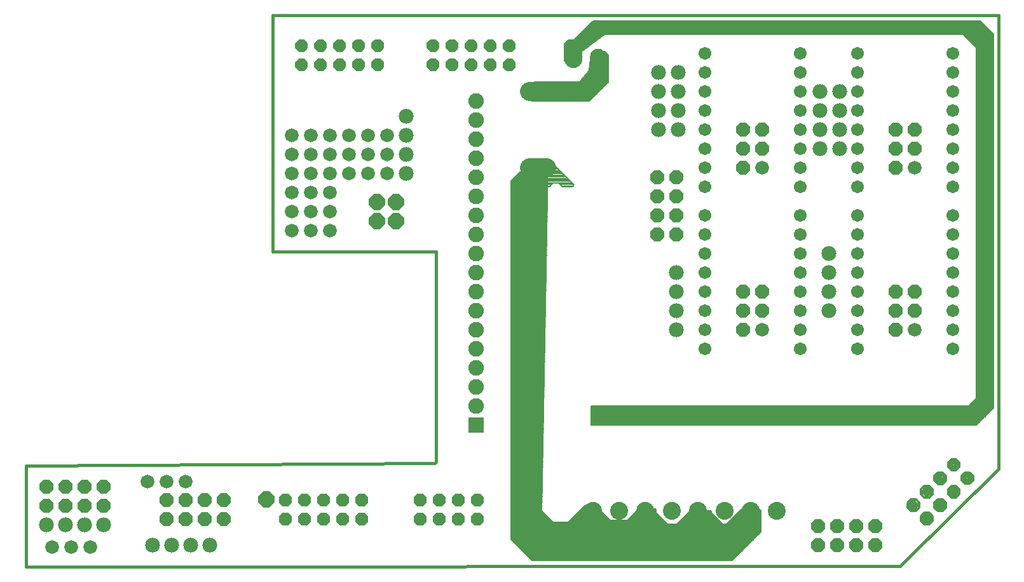
<source format=gbs>
G75*
%MOIN*%
%OFA0B0*%
%FSLAX25Y25*%
%IPPOS*%
%LPD*%
%AMOC8*
5,1,8,0,0,1.08239X$1,22.5*
%
%ADD10C,0.01600*%
%ADD11C,0.01200*%
%ADD12C,0.00600*%
%ADD13C,0.00800*%
%ADD14OC8,0.06743*%
%ADD15R,0.08200X0.08200*%
%ADD16C,0.08200*%
%ADD17C,0.06743*%
%ADD18C,0.07800*%
%ADD19C,0.07200*%
%ADD20OC8,0.07200*%
%ADD21C,0.09400*%
%ADD22OC8,0.07400*%
%ADD23C,0.01349*%
%ADD24C,0.09855*%
%ADD25OC8,0.08400*%
%ADD26C,0.01480*%
D10*
X0002800Y0040700D02*
X0461300Y0041000D01*
X0464300Y0044000D01*
X0512800Y0092000D01*
X0512800Y0330000D01*
X0218800Y0330000D01*
X0218700Y0330000D02*
X0132300Y0330000D01*
X0132300Y0206000D01*
X0217900Y0206000D01*
X0217900Y0095600D01*
X0217200Y0094800D02*
X0002800Y0093500D01*
X0002800Y0040700D01*
D11*
X0217300Y0095000D02*
X0218300Y0096000D01*
D12*
X0257300Y0096070D02*
X0273771Y0096070D01*
X0273760Y0095472D02*
X0257300Y0095472D01*
X0257300Y0094873D02*
X0273750Y0094873D01*
X0273739Y0094275D02*
X0257300Y0094275D01*
X0257300Y0093676D02*
X0273728Y0093676D01*
X0273717Y0093078D02*
X0257300Y0093078D01*
X0257300Y0092479D02*
X0273706Y0092479D01*
X0273695Y0091881D02*
X0257300Y0091881D01*
X0257300Y0091282D02*
X0273685Y0091282D01*
X0273674Y0090684D02*
X0257300Y0090684D01*
X0257300Y0090085D02*
X0273663Y0090085D01*
X0273652Y0089487D02*
X0257300Y0089487D01*
X0257300Y0088888D02*
X0273641Y0088888D01*
X0273631Y0088290D02*
X0257300Y0088290D01*
X0257300Y0087691D02*
X0273620Y0087691D01*
X0273609Y0087093D02*
X0257300Y0087093D01*
X0257300Y0086494D02*
X0273598Y0086494D01*
X0273587Y0085896D02*
X0257300Y0085896D01*
X0257300Y0085297D02*
X0273576Y0085297D01*
X0273566Y0084699D02*
X0257300Y0084699D01*
X0257300Y0084100D02*
X0273555Y0084100D01*
X0273544Y0083502D02*
X0257300Y0083502D01*
X0257300Y0082903D02*
X0273533Y0082903D01*
X0273522Y0082305D02*
X0257300Y0082305D01*
X0257300Y0081706D02*
X0273512Y0081706D01*
X0273501Y0081108D02*
X0257300Y0081108D01*
X0257300Y0080509D02*
X0273490Y0080509D01*
X0273479Y0079911D02*
X0257300Y0079911D01*
X0257300Y0079312D02*
X0273468Y0079312D01*
X0273457Y0078714D02*
X0257300Y0078714D01*
X0257300Y0078115D02*
X0273447Y0078115D01*
X0273436Y0077517D02*
X0257300Y0077517D01*
X0257300Y0076918D02*
X0273425Y0076918D01*
X0273414Y0076320D02*
X0257300Y0076320D01*
X0257300Y0075721D02*
X0273403Y0075721D01*
X0273393Y0075123D02*
X0257300Y0075123D01*
X0257300Y0074524D02*
X0273382Y0074524D01*
X0273371Y0073926D02*
X0257300Y0073926D01*
X0257300Y0073327D02*
X0273360Y0073327D01*
X0273349Y0072729D02*
X0257300Y0072729D01*
X0257300Y0072130D02*
X0273338Y0072130D01*
X0273328Y0071532D02*
X0257300Y0071532D01*
X0257300Y0070933D02*
X0273317Y0070933D01*
X0273306Y0070334D02*
X0257300Y0070334D01*
X0257300Y0069736D02*
X0273564Y0069736D01*
X0273300Y0070000D02*
X0276300Y0236000D01*
X0276300Y0245000D01*
X0265300Y0245000D01*
X0262300Y0248000D01*
X0257300Y0243000D01*
X0257300Y0055000D01*
X0268300Y0044000D01*
X0373300Y0044000D01*
X0388300Y0059000D01*
X0388300Y0070000D01*
X0387300Y0071000D01*
X0378300Y0071000D01*
X0370300Y0063000D01*
X0368300Y0063000D01*
X0362300Y0069000D01*
X0362300Y0070000D01*
X0351300Y0070000D01*
X0344300Y0063000D01*
X0339300Y0063000D01*
X0333300Y0069000D01*
X0333300Y0071000D01*
X0324300Y0071000D01*
X0318300Y0065000D01*
X0309300Y0065000D01*
X0301300Y0073000D01*
X0296300Y0073000D01*
X0287300Y0064000D01*
X0279300Y0064000D01*
X0273300Y0070000D01*
X0274163Y0069137D02*
X0257300Y0069137D01*
X0257300Y0068539D02*
X0274761Y0068539D01*
X0275360Y0067940D02*
X0257300Y0067940D01*
X0257300Y0067342D02*
X0275958Y0067342D01*
X0276557Y0066743D02*
X0257300Y0066743D01*
X0257300Y0066145D02*
X0277155Y0066145D01*
X0277754Y0065546D02*
X0257300Y0065546D01*
X0257300Y0064948D02*
X0278352Y0064948D01*
X0278951Y0064349D02*
X0257300Y0064349D01*
X0257300Y0063751D02*
X0338549Y0063751D01*
X0337951Y0064349D02*
X0287649Y0064349D01*
X0288248Y0064948D02*
X0337352Y0064948D01*
X0336754Y0065546D02*
X0318846Y0065546D01*
X0319445Y0066145D02*
X0336155Y0066145D01*
X0335557Y0066743D02*
X0320043Y0066743D01*
X0320642Y0067342D02*
X0334958Y0067342D01*
X0334360Y0067940D02*
X0321240Y0067940D01*
X0321839Y0068539D02*
X0333761Y0068539D01*
X0333300Y0069137D02*
X0322437Y0069137D01*
X0323036Y0069736D02*
X0333300Y0069736D01*
X0333300Y0070334D02*
X0323634Y0070334D01*
X0324233Y0070933D02*
X0333300Y0070933D01*
X0339148Y0063152D02*
X0257300Y0063152D01*
X0257300Y0062554D02*
X0388300Y0062554D01*
X0388300Y0063152D02*
X0370452Y0063152D01*
X0371051Y0063751D02*
X0388300Y0063751D01*
X0388300Y0064349D02*
X0371649Y0064349D01*
X0372248Y0064948D02*
X0388300Y0064948D01*
X0388300Y0065546D02*
X0372846Y0065546D01*
X0373445Y0066145D02*
X0388300Y0066145D01*
X0388300Y0066743D02*
X0374043Y0066743D01*
X0374642Y0067342D02*
X0388300Y0067342D01*
X0388300Y0067940D02*
X0375240Y0067940D01*
X0375839Y0068539D02*
X0388300Y0068539D01*
X0388300Y0069137D02*
X0376437Y0069137D01*
X0377036Y0069736D02*
X0388300Y0069736D01*
X0387966Y0070334D02*
X0377634Y0070334D01*
X0378233Y0070933D02*
X0387367Y0070933D01*
X0388300Y0061955D02*
X0257300Y0061955D01*
X0257300Y0061357D02*
X0388300Y0061357D01*
X0388300Y0060758D02*
X0257300Y0060758D01*
X0257300Y0060160D02*
X0388300Y0060160D01*
X0388300Y0059561D02*
X0257300Y0059561D01*
X0257300Y0058963D02*
X0388263Y0058963D01*
X0387664Y0058364D02*
X0257300Y0058364D01*
X0257300Y0057766D02*
X0387066Y0057766D01*
X0386467Y0057167D02*
X0257300Y0057167D01*
X0257300Y0056569D02*
X0385869Y0056569D01*
X0385270Y0055970D02*
X0257300Y0055970D01*
X0257300Y0055372D02*
X0384672Y0055372D01*
X0384073Y0054773D02*
X0257527Y0054773D01*
X0258125Y0054175D02*
X0383475Y0054175D01*
X0382876Y0053576D02*
X0258724Y0053576D01*
X0259322Y0052978D02*
X0382278Y0052978D01*
X0381679Y0052379D02*
X0259921Y0052379D01*
X0260519Y0051781D02*
X0381081Y0051781D01*
X0380482Y0051182D02*
X0261118Y0051182D01*
X0261716Y0050584D02*
X0379884Y0050584D01*
X0379285Y0049985D02*
X0262315Y0049985D01*
X0262913Y0049387D02*
X0378687Y0049387D01*
X0378088Y0048788D02*
X0263512Y0048788D01*
X0264110Y0048190D02*
X0377490Y0048190D01*
X0376891Y0047591D02*
X0264709Y0047591D01*
X0265307Y0046993D02*
X0376293Y0046993D01*
X0375694Y0046394D02*
X0265906Y0046394D01*
X0266504Y0045796D02*
X0375096Y0045796D01*
X0374497Y0045197D02*
X0267103Y0045197D01*
X0267701Y0044599D02*
X0373899Y0044599D01*
X0373300Y0044000D02*
X0268300Y0044000D01*
X0288846Y0065546D02*
X0308754Y0065546D01*
X0308155Y0066145D02*
X0289445Y0066145D01*
X0290043Y0066743D02*
X0307557Y0066743D01*
X0306958Y0067342D02*
X0290642Y0067342D01*
X0291240Y0067940D02*
X0306360Y0067940D01*
X0305761Y0068539D02*
X0291839Y0068539D01*
X0292437Y0069137D02*
X0305163Y0069137D01*
X0304564Y0069736D02*
X0293036Y0069736D01*
X0293634Y0070334D02*
X0303966Y0070334D01*
X0303367Y0070933D02*
X0294233Y0070933D01*
X0294832Y0071532D02*
X0302768Y0071532D01*
X0302170Y0072130D02*
X0295430Y0072130D01*
X0296029Y0072729D02*
X0301571Y0072729D01*
X0273782Y0096669D02*
X0257300Y0096669D01*
X0257300Y0097268D02*
X0273793Y0097268D01*
X0273804Y0097866D02*
X0257300Y0097866D01*
X0257300Y0098465D02*
X0273814Y0098465D01*
X0273825Y0099063D02*
X0257300Y0099063D01*
X0257300Y0099662D02*
X0273836Y0099662D01*
X0273847Y0100260D02*
X0257300Y0100260D01*
X0257300Y0100859D02*
X0273858Y0100859D01*
X0273868Y0101457D02*
X0257300Y0101457D01*
X0257300Y0102056D02*
X0273879Y0102056D01*
X0273890Y0102654D02*
X0257300Y0102654D01*
X0257300Y0103253D02*
X0273901Y0103253D01*
X0273912Y0103851D02*
X0257300Y0103851D01*
X0257300Y0104450D02*
X0273923Y0104450D01*
X0273933Y0105048D02*
X0257300Y0105048D01*
X0257300Y0105647D02*
X0273944Y0105647D01*
X0273955Y0106245D02*
X0257300Y0106245D01*
X0257300Y0106844D02*
X0273966Y0106844D01*
X0273977Y0107442D02*
X0257300Y0107442D01*
X0257300Y0108041D02*
X0273987Y0108041D01*
X0273998Y0108639D02*
X0257300Y0108639D01*
X0257300Y0109238D02*
X0274009Y0109238D01*
X0274020Y0109836D02*
X0257300Y0109836D01*
X0257300Y0110435D02*
X0274031Y0110435D01*
X0274042Y0111033D02*
X0257300Y0111033D01*
X0257300Y0111632D02*
X0274052Y0111632D01*
X0274063Y0112230D02*
X0257300Y0112230D01*
X0257300Y0112829D02*
X0274074Y0112829D01*
X0274085Y0113427D02*
X0257300Y0113427D01*
X0257300Y0114026D02*
X0274096Y0114026D01*
X0274106Y0114624D02*
X0257300Y0114624D01*
X0257300Y0115223D02*
X0274117Y0115223D01*
X0274128Y0115821D02*
X0257300Y0115821D01*
X0257300Y0116420D02*
X0274139Y0116420D01*
X0274150Y0117018D02*
X0257300Y0117018D01*
X0257300Y0117617D02*
X0274161Y0117617D01*
X0274171Y0118215D02*
X0257300Y0118215D01*
X0257300Y0118814D02*
X0274182Y0118814D01*
X0274193Y0119412D02*
X0257300Y0119412D01*
X0257300Y0120011D02*
X0274204Y0120011D01*
X0274215Y0120609D02*
X0257300Y0120609D01*
X0257300Y0121208D02*
X0274225Y0121208D01*
X0274236Y0121806D02*
X0257300Y0121806D01*
X0257300Y0122405D02*
X0274247Y0122405D01*
X0274258Y0123003D02*
X0257300Y0123003D01*
X0257300Y0123602D02*
X0274269Y0123602D01*
X0274280Y0124201D02*
X0257300Y0124201D01*
X0257300Y0124799D02*
X0274290Y0124799D01*
X0274301Y0125398D02*
X0257300Y0125398D01*
X0257300Y0125996D02*
X0274312Y0125996D01*
X0274323Y0126595D02*
X0257300Y0126595D01*
X0257300Y0127193D02*
X0274334Y0127193D01*
X0274344Y0127792D02*
X0257300Y0127792D01*
X0257300Y0128390D02*
X0274355Y0128390D01*
X0274366Y0128989D02*
X0257300Y0128989D01*
X0257300Y0129587D02*
X0274377Y0129587D01*
X0274388Y0130186D02*
X0257300Y0130186D01*
X0257300Y0130784D02*
X0274398Y0130784D01*
X0274409Y0131383D02*
X0257300Y0131383D01*
X0257300Y0131981D02*
X0274420Y0131981D01*
X0274431Y0132580D02*
X0257300Y0132580D01*
X0257300Y0133178D02*
X0274442Y0133178D01*
X0274453Y0133777D02*
X0257300Y0133777D01*
X0257300Y0134375D02*
X0274463Y0134375D01*
X0274474Y0134974D02*
X0257300Y0134974D01*
X0257300Y0135572D02*
X0274485Y0135572D01*
X0274496Y0136171D02*
X0257300Y0136171D01*
X0257300Y0136769D02*
X0274507Y0136769D01*
X0274517Y0137368D02*
X0257300Y0137368D01*
X0257300Y0137966D02*
X0274528Y0137966D01*
X0274539Y0138565D02*
X0257300Y0138565D01*
X0257300Y0139163D02*
X0274550Y0139163D01*
X0274561Y0139762D02*
X0257300Y0139762D01*
X0257300Y0140360D02*
X0274572Y0140360D01*
X0274582Y0140959D02*
X0257300Y0140959D01*
X0257300Y0141557D02*
X0274593Y0141557D01*
X0274604Y0142156D02*
X0257300Y0142156D01*
X0257300Y0142754D02*
X0274615Y0142754D01*
X0274626Y0143353D02*
X0257300Y0143353D01*
X0257300Y0143951D02*
X0274636Y0143951D01*
X0274647Y0144550D02*
X0257300Y0144550D01*
X0257300Y0145148D02*
X0274658Y0145148D01*
X0274669Y0145747D02*
X0257300Y0145747D01*
X0257300Y0146345D02*
X0274680Y0146345D01*
X0274691Y0146944D02*
X0257300Y0146944D01*
X0257300Y0147542D02*
X0274701Y0147542D01*
X0274712Y0148141D02*
X0257300Y0148141D01*
X0257300Y0148739D02*
X0274723Y0148739D01*
X0274734Y0149338D02*
X0257300Y0149338D01*
X0257300Y0149937D02*
X0274745Y0149937D01*
X0274755Y0150535D02*
X0257300Y0150535D01*
X0257300Y0151134D02*
X0274766Y0151134D01*
X0274777Y0151732D02*
X0257300Y0151732D01*
X0257300Y0152331D02*
X0274788Y0152331D01*
X0274799Y0152929D02*
X0257300Y0152929D01*
X0257300Y0153528D02*
X0274810Y0153528D01*
X0274820Y0154126D02*
X0257300Y0154126D01*
X0257300Y0154725D02*
X0274831Y0154725D01*
X0274842Y0155323D02*
X0257300Y0155323D01*
X0257300Y0155922D02*
X0274853Y0155922D01*
X0274864Y0156520D02*
X0257300Y0156520D01*
X0257300Y0157119D02*
X0274874Y0157119D01*
X0274885Y0157717D02*
X0257300Y0157717D01*
X0257300Y0158316D02*
X0274896Y0158316D01*
X0274907Y0158914D02*
X0257300Y0158914D01*
X0257300Y0159513D02*
X0274918Y0159513D01*
X0274929Y0160111D02*
X0257300Y0160111D01*
X0257300Y0160710D02*
X0274939Y0160710D01*
X0274950Y0161308D02*
X0257300Y0161308D01*
X0257300Y0161907D02*
X0274961Y0161907D01*
X0274972Y0162505D02*
X0257300Y0162505D01*
X0257300Y0163104D02*
X0274983Y0163104D01*
X0274993Y0163702D02*
X0257300Y0163702D01*
X0257300Y0164301D02*
X0275004Y0164301D01*
X0275015Y0164899D02*
X0257300Y0164899D01*
X0257300Y0165498D02*
X0275026Y0165498D01*
X0275037Y0166096D02*
X0257300Y0166096D01*
X0257300Y0166695D02*
X0275047Y0166695D01*
X0275058Y0167293D02*
X0257300Y0167293D01*
X0257300Y0167892D02*
X0275069Y0167892D01*
X0275080Y0168490D02*
X0257300Y0168490D01*
X0257300Y0169089D02*
X0275091Y0169089D01*
X0275102Y0169687D02*
X0257300Y0169687D01*
X0257300Y0170286D02*
X0275112Y0170286D01*
X0275123Y0170884D02*
X0257300Y0170884D01*
X0257300Y0171483D02*
X0275134Y0171483D01*
X0275145Y0172081D02*
X0257300Y0172081D01*
X0257300Y0172680D02*
X0275156Y0172680D01*
X0275166Y0173278D02*
X0257300Y0173278D01*
X0257300Y0173877D02*
X0275177Y0173877D01*
X0275188Y0174475D02*
X0257300Y0174475D01*
X0257300Y0175074D02*
X0275199Y0175074D01*
X0275210Y0175672D02*
X0257300Y0175672D01*
X0257300Y0176271D02*
X0275221Y0176271D01*
X0275231Y0176870D02*
X0257300Y0176870D01*
X0257300Y0177468D02*
X0275242Y0177468D01*
X0275253Y0178067D02*
X0257300Y0178067D01*
X0257300Y0178665D02*
X0275264Y0178665D01*
X0275275Y0179264D02*
X0257300Y0179264D01*
X0257300Y0179862D02*
X0275285Y0179862D01*
X0275296Y0180461D02*
X0257300Y0180461D01*
X0257300Y0181059D02*
X0275307Y0181059D01*
X0275318Y0181658D02*
X0257300Y0181658D01*
X0257300Y0182256D02*
X0275329Y0182256D01*
X0275340Y0182855D02*
X0257300Y0182855D01*
X0257300Y0183453D02*
X0275350Y0183453D01*
X0275361Y0184052D02*
X0257300Y0184052D01*
X0257300Y0184650D02*
X0275372Y0184650D01*
X0275383Y0185249D02*
X0257300Y0185249D01*
X0257300Y0185847D02*
X0275394Y0185847D01*
X0275404Y0186446D02*
X0257300Y0186446D01*
X0257300Y0187044D02*
X0275415Y0187044D01*
X0275426Y0187643D02*
X0257300Y0187643D01*
X0257300Y0188241D02*
X0275437Y0188241D01*
X0275448Y0188840D02*
X0257300Y0188840D01*
X0257300Y0189438D02*
X0275459Y0189438D01*
X0275469Y0190037D02*
X0257300Y0190037D01*
X0257300Y0190635D02*
X0275480Y0190635D01*
X0275491Y0191234D02*
X0257300Y0191234D01*
X0257300Y0191832D02*
X0275502Y0191832D01*
X0275513Y0192431D02*
X0257300Y0192431D01*
X0257300Y0193029D02*
X0275523Y0193029D01*
X0275534Y0193628D02*
X0257300Y0193628D01*
X0257300Y0194226D02*
X0275545Y0194226D01*
X0275556Y0194825D02*
X0257300Y0194825D01*
X0257300Y0195423D02*
X0275567Y0195423D01*
X0275577Y0196022D02*
X0257300Y0196022D01*
X0257300Y0196620D02*
X0275588Y0196620D01*
X0275599Y0197219D02*
X0257300Y0197219D01*
X0257300Y0197817D02*
X0275610Y0197817D01*
X0275621Y0198416D02*
X0257300Y0198416D01*
X0257300Y0199014D02*
X0275632Y0199014D01*
X0275642Y0199613D02*
X0257300Y0199613D01*
X0257300Y0200211D02*
X0275653Y0200211D01*
X0275664Y0200810D02*
X0257300Y0200810D01*
X0257300Y0201408D02*
X0275675Y0201408D01*
X0275686Y0202007D02*
X0257300Y0202007D01*
X0257300Y0202605D02*
X0275696Y0202605D01*
X0275707Y0203204D02*
X0257300Y0203204D01*
X0257300Y0203803D02*
X0275718Y0203803D01*
X0275729Y0204401D02*
X0257300Y0204401D01*
X0257300Y0205000D02*
X0275740Y0205000D01*
X0275751Y0205598D02*
X0257300Y0205598D01*
X0257300Y0206197D02*
X0275761Y0206197D01*
X0275772Y0206795D02*
X0257300Y0206795D01*
X0257300Y0207394D02*
X0275783Y0207394D01*
X0275794Y0207992D02*
X0257300Y0207992D01*
X0257300Y0208591D02*
X0275805Y0208591D01*
X0275815Y0209189D02*
X0257300Y0209189D01*
X0257300Y0209788D02*
X0275826Y0209788D01*
X0275837Y0210386D02*
X0257300Y0210386D01*
X0257300Y0210985D02*
X0275848Y0210985D01*
X0275859Y0211583D02*
X0257300Y0211583D01*
X0257300Y0212182D02*
X0275870Y0212182D01*
X0275880Y0212780D02*
X0257300Y0212780D01*
X0257300Y0213379D02*
X0275891Y0213379D01*
X0275902Y0213977D02*
X0257300Y0213977D01*
X0257300Y0214576D02*
X0275913Y0214576D01*
X0275924Y0215174D02*
X0257300Y0215174D01*
X0257300Y0215773D02*
X0275934Y0215773D01*
X0275945Y0216371D02*
X0257300Y0216371D01*
X0257300Y0216970D02*
X0275956Y0216970D01*
X0275967Y0217568D02*
X0257300Y0217568D01*
X0257300Y0218167D02*
X0275978Y0218167D01*
X0275989Y0218765D02*
X0257300Y0218765D01*
X0257300Y0219364D02*
X0275999Y0219364D01*
X0276010Y0219962D02*
X0257300Y0219962D01*
X0257300Y0220561D02*
X0276021Y0220561D01*
X0276032Y0221159D02*
X0257300Y0221159D01*
X0257300Y0221758D02*
X0276043Y0221758D01*
X0276053Y0222356D02*
X0257300Y0222356D01*
X0257300Y0222955D02*
X0276064Y0222955D01*
X0276075Y0223553D02*
X0257300Y0223553D01*
X0257300Y0224152D02*
X0276086Y0224152D01*
X0276097Y0224750D02*
X0257300Y0224750D01*
X0257300Y0225349D02*
X0276108Y0225349D01*
X0276118Y0225947D02*
X0257300Y0225947D01*
X0257300Y0226546D02*
X0276129Y0226546D01*
X0276140Y0227144D02*
X0257300Y0227144D01*
X0257300Y0227743D02*
X0276151Y0227743D01*
X0276162Y0228341D02*
X0257300Y0228341D01*
X0257300Y0228940D02*
X0276172Y0228940D01*
X0276183Y0229539D02*
X0257300Y0229539D01*
X0257300Y0230137D02*
X0276194Y0230137D01*
X0276205Y0230736D02*
X0257300Y0230736D01*
X0257300Y0231334D02*
X0276216Y0231334D01*
X0276226Y0231933D02*
X0257300Y0231933D01*
X0257300Y0232531D02*
X0276237Y0232531D01*
X0276248Y0233130D02*
X0257300Y0233130D01*
X0257300Y0233728D02*
X0276259Y0233728D01*
X0276270Y0234327D02*
X0257300Y0234327D01*
X0257300Y0234925D02*
X0276281Y0234925D01*
X0276291Y0235524D02*
X0257300Y0235524D01*
X0257300Y0236122D02*
X0276300Y0236122D01*
X0276300Y0236721D02*
X0257300Y0236721D01*
X0257300Y0237319D02*
X0276300Y0237319D01*
X0276300Y0237918D02*
X0257300Y0237918D01*
X0257300Y0238516D02*
X0276300Y0238516D01*
X0276300Y0239115D02*
X0257300Y0239115D01*
X0257300Y0239713D02*
X0276300Y0239713D01*
X0276300Y0240312D02*
X0257300Y0240312D01*
X0257300Y0240910D02*
X0276300Y0240910D01*
X0276300Y0241509D02*
X0257300Y0241509D01*
X0257300Y0242107D02*
X0276300Y0242107D01*
X0276300Y0242706D02*
X0257300Y0242706D01*
X0257604Y0243304D02*
X0276300Y0243304D01*
X0276300Y0243903D02*
X0258203Y0243903D01*
X0258801Y0244501D02*
X0276300Y0244501D01*
X0265200Y0245100D02*
X0259400Y0245100D01*
X0259998Y0245698D02*
X0264602Y0245698D01*
X0264003Y0246297D02*
X0260597Y0246297D01*
X0261195Y0246895D02*
X0263405Y0246895D01*
X0262806Y0247494D02*
X0261794Y0247494D01*
X0268300Y0285000D02*
X0265300Y0288000D01*
X0265300Y0291000D01*
X0269300Y0295000D01*
X0293300Y0295000D01*
X0298300Y0301000D01*
X0299300Y0310000D01*
X0301300Y0312000D01*
X0304300Y0312000D01*
X0305300Y0311000D01*
X0306300Y0311000D01*
X0308300Y0309000D01*
X0308300Y0295000D01*
X0298300Y0285000D01*
X0268300Y0285000D01*
X0268100Y0285200D02*
X0298500Y0285200D01*
X0299099Y0285799D02*
X0267501Y0285799D01*
X0266903Y0286397D02*
X0299697Y0286397D01*
X0300296Y0286996D02*
X0266304Y0286996D01*
X0265706Y0287594D02*
X0300894Y0287594D01*
X0301493Y0288193D02*
X0265300Y0288193D01*
X0265300Y0288791D02*
X0302091Y0288791D01*
X0302690Y0289390D02*
X0265300Y0289390D01*
X0265300Y0289988D02*
X0303288Y0289988D01*
X0303887Y0290587D02*
X0265300Y0290587D01*
X0265485Y0291185D02*
X0304485Y0291185D01*
X0305084Y0291784D02*
X0266084Y0291784D01*
X0266682Y0292382D02*
X0305682Y0292382D01*
X0306281Y0292981D02*
X0267281Y0292981D01*
X0267879Y0293579D02*
X0306879Y0293579D01*
X0307478Y0294178D02*
X0268478Y0294178D01*
X0269076Y0294776D02*
X0308076Y0294776D01*
X0308300Y0295375D02*
X0293612Y0295375D01*
X0294111Y0295973D02*
X0308300Y0295973D01*
X0308300Y0296572D02*
X0294610Y0296572D01*
X0295109Y0297170D02*
X0308300Y0297170D01*
X0308300Y0297769D02*
X0295607Y0297769D01*
X0296106Y0298367D02*
X0308300Y0298367D01*
X0308300Y0298966D02*
X0296605Y0298966D01*
X0297104Y0299564D02*
X0308300Y0299564D01*
X0308300Y0300163D02*
X0297602Y0300163D01*
X0298101Y0300761D02*
X0308300Y0300761D01*
X0308300Y0301360D02*
X0298340Y0301360D01*
X0298406Y0301958D02*
X0308300Y0301958D01*
X0308300Y0302557D02*
X0298473Y0302557D01*
X0298539Y0303155D02*
X0308300Y0303155D01*
X0308300Y0303754D02*
X0298606Y0303754D01*
X0298673Y0304352D02*
X0308300Y0304352D01*
X0308300Y0304951D02*
X0298739Y0304951D01*
X0298805Y0305549D02*
X0308300Y0305549D01*
X0308300Y0306148D02*
X0298872Y0306148D01*
X0298938Y0306746D02*
X0308300Y0306746D01*
X0308300Y0307345D02*
X0299005Y0307345D01*
X0299072Y0307943D02*
X0308300Y0307943D01*
X0308300Y0308542D02*
X0299138Y0308542D01*
X0299205Y0309141D02*
X0308159Y0309141D01*
X0307561Y0309739D02*
X0299271Y0309739D01*
X0299638Y0310338D02*
X0306962Y0310338D01*
X0306364Y0310936D02*
X0300236Y0310936D01*
X0300835Y0311535D02*
X0304765Y0311535D01*
X0300599Y0315724D02*
X0286024Y0315724D01*
X0285426Y0315126D02*
X0299801Y0315126D01*
X0299003Y0314527D02*
X0285300Y0314527D01*
X0285300Y0315000D02*
X0287300Y0317000D01*
X0290300Y0317000D01*
X0300300Y0327000D01*
X0503300Y0327000D01*
X0510300Y0320000D01*
X0510300Y0124000D01*
X0501300Y0115000D01*
X0299300Y0115000D01*
X0299300Y0125000D01*
X0497300Y0125000D01*
X0501300Y0129000D01*
X0501300Y0313000D01*
X0494300Y0320000D01*
X0306300Y0320000D01*
X0294300Y0311000D01*
X0294300Y0306000D01*
X0285300Y0306000D01*
X0285300Y0315000D01*
X0285300Y0313929D02*
X0298205Y0313929D01*
X0297407Y0313330D02*
X0285300Y0313330D01*
X0285300Y0312732D02*
X0296609Y0312732D01*
X0295811Y0312133D02*
X0285300Y0312133D01*
X0285300Y0311535D02*
X0295013Y0311535D01*
X0294300Y0310936D02*
X0285300Y0310936D01*
X0285300Y0310338D02*
X0294300Y0310338D01*
X0294300Y0309739D02*
X0285300Y0309739D01*
X0285300Y0309141D02*
X0294300Y0309141D01*
X0294300Y0308542D02*
X0285300Y0308542D01*
X0285300Y0307943D02*
X0294300Y0307943D01*
X0294300Y0307345D02*
X0285300Y0307345D01*
X0285300Y0306746D02*
X0294300Y0306746D01*
X0294300Y0306148D02*
X0285300Y0306148D01*
X0286623Y0316323D02*
X0301397Y0316323D01*
X0302195Y0316921D02*
X0287221Y0316921D01*
X0290820Y0317520D02*
X0302993Y0317520D01*
X0303791Y0318118D02*
X0291418Y0318118D01*
X0292017Y0318717D02*
X0304589Y0318717D01*
X0305387Y0319315D02*
X0292615Y0319315D01*
X0293214Y0319914D02*
X0306185Y0319914D01*
X0299199Y0325899D02*
X0504401Y0325899D01*
X0503803Y0326497D02*
X0299797Y0326497D01*
X0298600Y0325300D02*
X0505000Y0325300D01*
X0505598Y0324702D02*
X0298002Y0324702D01*
X0297403Y0324103D02*
X0506197Y0324103D01*
X0506795Y0323505D02*
X0296805Y0323505D01*
X0296206Y0322906D02*
X0507394Y0322906D01*
X0507992Y0322308D02*
X0295608Y0322308D01*
X0295009Y0321709D02*
X0508591Y0321709D01*
X0509189Y0321111D02*
X0294411Y0321111D01*
X0293812Y0320512D02*
X0509788Y0320512D01*
X0510300Y0319914D02*
X0494386Y0319914D01*
X0494985Y0319315D02*
X0510300Y0319315D01*
X0510300Y0318717D02*
X0495583Y0318717D01*
X0496182Y0318118D02*
X0510300Y0318118D01*
X0510300Y0317520D02*
X0496780Y0317520D01*
X0497379Y0316921D02*
X0510300Y0316921D01*
X0510300Y0316323D02*
X0497977Y0316323D01*
X0498576Y0315724D02*
X0510300Y0315724D01*
X0510300Y0315126D02*
X0499174Y0315126D01*
X0499773Y0314527D02*
X0510300Y0314527D01*
X0510300Y0313929D02*
X0500371Y0313929D01*
X0500970Y0313330D02*
X0510300Y0313330D01*
X0510300Y0312732D02*
X0501300Y0312732D01*
X0501300Y0312133D02*
X0510300Y0312133D01*
X0510300Y0311535D02*
X0501300Y0311535D01*
X0501300Y0310936D02*
X0510300Y0310936D01*
X0510300Y0310338D02*
X0501300Y0310338D01*
X0501300Y0309739D02*
X0510300Y0309739D01*
X0510300Y0309141D02*
X0501300Y0309141D01*
X0501300Y0308542D02*
X0510300Y0308542D01*
X0510300Y0307943D02*
X0501300Y0307943D01*
X0501300Y0307345D02*
X0510300Y0307345D01*
X0510300Y0306746D02*
X0501300Y0306746D01*
X0501300Y0306148D02*
X0510300Y0306148D01*
X0510300Y0305549D02*
X0501300Y0305549D01*
X0501300Y0304951D02*
X0510300Y0304951D01*
X0510300Y0304352D02*
X0501300Y0304352D01*
X0501300Y0303754D02*
X0510300Y0303754D01*
X0510300Y0303155D02*
X0501300Y0303155D01*
X0501300Y0302557D02*
X0510300Y0302557D01*
X0510300Y0301958D02*
X0501300Y0301958D01*
X0501300Y0301360D02*
X0510300Y0301360D01*
X0510300Y0300761D02*
X0501300Y0300761D01*
X0501300Y0300163D02*
X0510300Y0300163D01*
X0510300Y0299564D02*
X0501300Y0299564D01*
X0501300Y0298966D02*
X0510300Y0298966D01*
X0510300Y0298367D02*
X0501300Y0298367D01*
X0501300Y0297769D02*
X0510300Y0297769D01*
X0510300Y0297170D02*
X0501300Y0297170D01*
X0501300Y0296572D02*
X0510300Y0296572D01*
X0510300Y0295973D02*
X0501300Y0295973D01*
X0501300Y0295375D02*
X0510300Y0295375D01*
X0510300Y0294776D02*
X0501300Y0294776D01*
X0501300Y0294178D02*
X0510300Y0294178D01*
X0510300Y0293579D02*
X0501300Y0293579D01*
X0501300Y0292981D02*
X0510300Y0292981D01*
X0510300Y0292382D02*
X0501300Y0292382D01*
X0501300Y0291784D02*
X0510300Y0291784D01*
X0510300Y0291185D02*
X0501300Y0291185D01*
X0501300Y0290587D02*
X0510300Y0290587D01*
X0510300Y0289988D02*
X0501300Y0289988D01*
X0501300Y0289390D02*
X0510300Y0289390D01*
X0510300Y0288791D02*
X0501300Y0288791D01*
X0501300Y0288193D02*
X0510300Y0288193D01*
X0510300Y0287594D02*
X0501300Y0287594D01*
X0501300Y0286996D02*
X0510300Y0286996D01*
X0510300Y0286397D02*
X0501300Y0286397D01*
X0501300Y0285799D02*
X0510300Y0285799D01*
X0510300Y0285200D02*
X0501300Y0285200D01*
X0501300Y0284602D02*
X0510300Y0284602D01*
X0510300Y0284003D02*
X0501300Y0284003D01*
X0501300Y0283405D02*
X0510300Y0283405D01*
X0510300Y0282806D02*
X0501300Y0282806D01*
X0501300Y0282208D02*
X0510300Y0282208D01*
X0510300Y0281609D02*
X0501300Y0281609D01*
X0501300Y0281010D02*
X0510300Y0281010D01*
X0510300Y0280412D02*
X0501300Y0280412D01*
X0501300Y0279813D02*
X0510300Y0279813D01*
X0510300Y0279215D02*
X0501300Y0279215D01*
X0501300Y0278616D02*
X0510300Y0278616D01*
X0510300Y0278018D02*
X0501300Y0278018D01*
X0501300Y0277419D02*
X0510300Y0277419D01*
X0510300Y0276821D02*
X0501300Y0276821D01*
X0501300Y0276222D02*
X0510300Y0276222D01*
X0510300Y0275624D02*
X0501300Y0275624D01*
X0501300Y0275025D02*
X0510300Y0275025D01*
X0510300Y0274427D02*
X0501300Y0274427D01*
X0501300Y0273828D02*
X0510300Y0273828D01*
X0510300Y0273230D02*
X0501300Y0273230D01*
X0501300Y0272631D02*
X0510300Y0272631D01*
X0510300Y0272033D02*
X0501300Y0272033D01*
X0501300Y0271434D02*
X0510300Y0271434D01*
X0510300Y0270836D02*
X0501300Y0270836D01*
X0501300Y0270237D02*
X0510300Y0270237D01*
X0510300Y0269639D02*
X0501300Y0269639D01*
X0501300Y0269040D02*
X0510300Y0269040D01*
X0510300Y0268442D02*
X0501300Y0268442D01*
X0501300Y0267843D02*
X0510300Y0267843D01*
X0510300Y0267245D02*
X0501300Y0267245D01*
X0501300Y0266646D02*
X0510300Y0266646D01*
X0510300Y0266048D02*
X0501300Y0266048D01*
X0501300Y0265449D02*
X0510300Y0265449D01*
X0510300Y0264851D02*
X0501300Y0264851D01*
X0501300Y0264252D02*
X0510300Y0264252D01*
X0510300Y0263654D02*
X0501300Y0263654D01*
X0501300Y0263055D02*
X0510300Y0263055D01*
X0510300Y0262457D02*
X0501300Y0262457D01*
X0501300Y0261858D02*
X0510300Y0261858D01*
X0510300Y0261260D02*
X0501300Y0261260D01*
X0501300Y0260661D02*
X0510300Y0260661D01*
X0510300Y0260063D02*
X0501300Y0260063D01*
X0501300Y0259464D02*
X0510300Y0259464D01*
X0510300Y0258866D02*
X0501300Y0258866D01*
X0501300Y0258267D02*
X0510300Y0258267D01*
X0510300Y0257669D02*
X0501300Y0257669D01*
X0501300Y0257070D02*
X0510300Y0257070D01*
X0510300Y0256472D02*
X0501300Y0256472D01*
X0501300Y0255873D02*
X0510300Y0255873D01*
X0510300Y0255274D02*
X0501300Y0255274D01*
X0501300Y0254676D02*
X0510300Y0254676D01*
X0510300Y0254077D02*
X0501300Y0254077D01*
X0501300Y0253479D02*
X0510300Y0253479D01*
X0510300Y0252880D02*
X0501300Y0252880D01*
X0501300Y0252282D02*
X0510300Y0252282D01*
X0510300Y0251683D02*
X0501300Y0251683D01*
X0501300Y0251085D02*
X0510300Y0251085D01*
X0510300Y0250486D02*
X0501300Y0250486D01*
X0501300Y0249888D02*
X0510300Y0249888D01*
X0510300Y0249289D02*
X0501300Y0249289D01*
X0501300Y0248691D02*
X0510300Y0248691D01*
X0510300Y0248092D02*
X0501300Y0248092D01*
X0501300Y0247494D02*
X0510300Y0247494D01*
X0510300Y0246895D02*
X0501300Y0246895D01*
X0501300Y0246297D02*
X0510300Y0246297D01*
X0510300Y0245698D02*
X0501300Y0245698D01*
X0501300Y0245100D02*
X0510300Y0245100D01*
X0510300Y0244501D02*
X0501300Y0244501D01*
X0501300Y0243903D02*
X0510300Y0243903D01*
X0510300Y0243304D02*
X0501300Y0243304D01*
X0501300Y0242706D02*
X0510300Y0242706D01*
X0510300Y0242107D02*
X0501300Y0242107D01*
X0501300Y0241509D02*
X0510300Y0241509D01*
X0510300Y0240910D02*
X0501300Y0240910D01*
X0501300Y0240312D02*
X0510300Y0240312D01*
X0510300Y0239713D02*
X0501300Y0239713D01*
X0501300Y0239115D02*
X0510300Y0239115D01*
X0510300Y0238516D02*
X0501300Y0238516D01*
X0501300Y0237918D02*
X0510300Y0237918D01*
X0510300Y0237319D02*
X0501300Y0237319D01*
X0501300Y0236721D02*
X0510300Y0236721D01*
X0510300Y0236122D02*
X0501300Y0236122D01*
X0501300Y0235524D02*
X0510300Y0235524D01*
X0510300Y0234925D02*
X0501300Y0234925D01*
X0501300Y0234327D02*
X0510300Y0234327D01*
X0510300Y0233728D02*
X0501300Y0233728D01*
X0501300Y0233130D02*
X0510300Y0233130D01*
X0510300Y0232531D02*
X0501300Y0232531D01*
X0501300Y0231933D02*
X0510300Y0231933D01*
X0510300Y0231334D02*
X0501300Y0231334D01*
X0501300Y0230736D02*
X0510300Y0230736D01*
X0510300Y0230137D02*
X0501300Y0230137D01*
X0501300Y0229539D02*
X0510300Y0229539D01*
X0510300Y0228940D02*
X0501300Y0228940D01*
X0501300Y0228341D02*
X0510300Y0228341D01*
X0510300Y0227743D02*
X0501300Y0227743D01*
X0501300Y0227144D02*
X0510300Y0227144D01*
X0510300Y0226546D02*
X0501300Y0226546D01*
X0501300Y0225947D02*
X0510300Y0225947D01*
X0510300Y0225349D02*
X0501300Y0225349D01*
X0501300Y0224750D02*
X0510300Y0224750D01*
X0510300Y0224152D02*
X0501300Y0224152D01*
X0501300Y0223553D02*
X0510300Y0223553D01*
X0510300Y0222955D02*
X0501300Y0222955D01*
X0501300Y0222356D02*
X0510300Y0222356D01*
X0510300Y0221758D02*
X0501300Y0221758D01*
X0501300Y0221159D02*
X0510300Y0221159D01*
X0510300Y0220561D02*
X0501300Y0220561D01*
X0501300Y0219962D02*
X0510300Y0219962D01*
X0510300Y0219364D02*
X0501300Y0219364D01*
X0501300Y0218765D02*
X0510300Y0218765D01*
X0510300Y0218167D02*
X0501300Y0218167D01*
X0501300Y0217568D02*
X0510300Y0217568D01*
X0510300Y0216970D02*
X0501300Y0216970D01*
X0501300Y0216371D02*
X0510300Y0216371D01*
X0510300Y0215773D02*
X0501300Y0215773D01*
X0501300Y0215174D02*
X0510300Y0215174D01*
X0510300Y0214576D02*
X0501300Y0214576D01*
X0501300Y0213977D02*
X0510300Y0213977D01*
X0510300Y0213379D02*
X0501300Y0213379D01*
X0501300Y0212780D02*
X0510300Y0212780D01*
X0510300Y0212182D02*
X0501300Y0212182D01*
X0501300Y0211583D02*
X0510300Y0211583D01*
X0510300Y0210985D02*
X0501300Y0210985D01*
X0501300Y0210386D02*
X0510300Y0210386D01*
X0510300Y0209788D02*
X0501300Y0209788D01*
X0501300Y0209189D02*
X0510300Y0209189D01*
X0510300Y0208591D02*
X0501300Y0208591D01*
X0501300Y0207992D02*
X0510300Y0207992D01*
X0510300Y0207394D02*
X0501300Y0207394D01*
X0501300Y0206795D02*
X0510300Y0206795D01*
X0510300Y0206197D02*
X0501300Y0206197D01*
X0501300Y0205598D02*
X0510300Y0205598D01*
X0510300Y0205000D02*
X0501300Y0205000D01*
X0501300Y0204401D02*
X0510300Y0204401D01*
X0510300Y0203803D02*
X0501300Y0203803D01*
X0501300Y0203204D02*
X0510300Y0203204D01*
X0510300Y0202605D02*
X0501300Y0202605D01*
X0501300Y0202007D02*
X0510300Y0202007D01*
X0510300Y0201408D02*
X0501300Y0201408D01*
X0501300Y0200810D02*
X0510300Y0200810D01*
X0510300Y0200211D02*
X0501300Y0200211D01*
X0501300Y0199613D02*
X0510300Y0199613D01*
X0510300Y0199014D02*
X0501300Y0199014D01*
X0501300Y0198416D02*
X0510300Y0198416D01*
X0510300Y0197817D02*
X0501300Y0197817D01*
X0501300Y0197219D02*
X0510300Y0197219D01*
X0510300Y0196620D02*
X0501300Y0196620D01*
X0501300Y0196022D02*
X0510300Y0196022D01*
X0510300Y0195423D02*
X0501300Y0195423D01*
X0501300Y0194825D02*
X0510300Y0194825D01*
X0510300Y0194226D02*
X0501300Y0194226D01*
X0501300Y0193628D02*
X0510300Y0193628D01*
X0510300Y0193029D02*
X0501300Y0193029D01*
X0501300Y0192431D02*
X0510300Y0192431D01*
X0510300Y0191832D02*
X0501300Y0191832D01*
X0501300Y0191234D02*
X0510300Y0191234D01*
X0510300Y0190635D02*
X0501300Y0190635D01*
X0501300Y0190037D02*
X0510300Y0190037D01*
X0510300Y0189438D02*
X0501300Y0189438D01*
X0501300Y0188840D02*
X0510300Y0188840D01*
X0510300Y0188241D02*
X0501300Y0188241D01*
X0501300Y0187643D02*
X0510300Y0187643D01*
X0510300Y0187044D02*
X0501300Y0187044D01*
X0501300Y0186446D02*
X0510300Y0186446D01*
X0510300Y0185847D02*
X0501300Y0185847D01*
X0501300Y0185249D02*
X0510300Y0185249D01*
X0510300Y0184650D02*
X0501300Y0184650D01*
X0501300Y0184052D02*
X0510300Y0184052D01*
X0510300Y0183453D02*
X0501300Y0183453D01*
X0501300Y0182855D02*
X0510300Y0182855D01*
X0510300Y0182256D02*
X0501300Y0182256D01*
X0501300Y0181658D02*
X0510300Y0181658D01*
X0510300Y0181059D02*
X0501300Y0181059D01*
X0501300Y0180461D02*
X0510300Y0180461D01*
X0510300Y0179862D02*
X0501300Y0179862D01*
X0501300Y0179264D02*
X0510300Y0179264D01*
X0510300Y0178665D02*
X0501300Y0178665D01*
X0501300Y0178067D02*
X0510300Y0178067D01*
X0510300Y0177468D02*
X0501300Y0177468D01*
X0501300Y0176870D02*
X0510300Y0176870D01*
X0510300Y0176271D02*
X0501300Y0176271D01*
X0501300Y0175672D02*
X0510300Y0175672D01*
X0510300Y0175074D02*
X0501300Y0175074D01*
X0501300Y0174475D02*
X0510300Y0174475D01*
X0510300Y0173877D02*
X0501300Y0173877D01*
X0501300Y0173278D02*
X0510300Y0173278D01*
X0510300Y0172680D02*
X0501300Y0172680D01*
X0501300Y0172081D02*
X0510300Y0172081D01*
X0510300Y0171483D02*
X0501300Y0171483D01*
X0501300Y0170884D02*
X0510300Y0170884D01*
X0510300Y0170286D02*
X0501300Y0170286D01*
X0501300Y0169687D02*
X0510300Y0169687D01*
X0510300Y0169089D02*
X0501300Y0169089D01*
X0501300Y0168490D02*
X0510300Y0168490D01*
X0510300Y0167892D02*
X0501300Y0167892D01*
X0501300Y0167293D02*
X0510300Y0167293D01*
X0510300Y0166695D02*
X0501300Y0166695D01*
X0501300Y0166096D02*
X0510300Y0166096D01*
X0510300Y0165498D02*
X0501300Y0165498D01*
X0501300Y0164899D02*
X0510300Y0164899D01*
X0510300Y0164301D02*
X0501300Y0164301D01*
X0501300Y0163702D02*
X0510300Y0163702D01*
X0510300Y0163104D02*
X0501300Y0163104D01*
X0501300Y0162505D02*
X0510300Y0162505D01*
X0510300Y0161907D02*
X0501300Y0161907D01*
X0501300Y0161308D02*
X0510300Y0161308D01*
X0510300Y0160710D02*
X0501300Y0160710D01*
X0501300Y0160111D02*
X0510300Y0160111D01*
X0510300Y0159513D02*
X0501300Y0159513D01*
X0501300Y0158914D02*
X0510300Y0158914D01*
X0510300Y0158316D02*
X0501300Y0158316D01*
X0501300Y0157717D02*
X0510300Y0157717D01*
X0510300Y0157119D02*
X0501300Y0157119D01*
X0501300Y0156520D02*
X0510300Y0156520D01*
X0510300Y0155922D02*
X0501300Y0155922D01*
X0501300Y0155323D02*
X0510300Y0155323D01*
X0510300Y0154725D02*
X0501300Y0154725D01*
X0501300Y0154126D02*
X0510300Y0154126D01*
X0510300Y0153528D02*
X0501300Y0153528D01*
X0501300Y0152929D02*
X0510300Y0152929D01*
X0510300Y0152331D02*
X0501300Y0152331D01*
X0501300Y0151732D02*
X0510300Y0151732D01*
X0510300Y0151134D02*
X0501300Y0151134D01*
X0501300Y0150535D02*
X0510300Y0150535D01*
X0510300Y0149937D02*
X0501300Y0149937D01*
X0501300Y0149338D02*
X0510300Y0149338D01*
X0510300Y0148739D02*
X0501300Y0148739D01*
X0501300Y0148141D02*
X0510300Y0148141D01*
X0510300Y0147542D02*
X0501300Y0147542D01*
X0501300Y0146944D02*
X0510300Y0146944D01*
X0510300Y0146345D02*
X0501300Y0146345D01*
X0501300Y0145747D02*
X0510300Y0145747D01*
X0510300Y0145148D02*
X0501300Y0145148D01*
X0501300Y0144550D02*
X0510300Y0144550D01*
X0510300Y0143951D02*
X0501300Y0143951D01*
X0501300Y0143353D02*
X0510300Y0143353D01*
X0510300Y0142754D02*
X0501300Y0142754D01*
X0501300Y0142156D02*
X0510300Y0142156D01*
X0510300Y0141557D02*
X0501300Y0141557D01*
X0501300Y0140959D02*
X0510300Y0140959D01*
X0510300Y0140360D02*
X0501300Y0140360D01*
X0501300Y0139762D02*
X0510300Y0139762D01*
X0510300Y0139163D02*
X0501300Y0139163D01*
X0501300Y0138565D02*
X0510300Y0138565D01*
X0510300Y0137966D02*
X0501300Y0137966D01*
X0501300Y0137368D02*
X0510300Y0137368D01*
X0510300Y0136769D02*
X0501300Y0136769D01*
X0501300Y0136171D02*
X0510300Y0136171D01*
X0510300Y0135572D02*
X0501300Y0135572D01*
X0501300Y0134974D02*
X0510300Y0134974D01*
X0510300Y0134375D02*
X0501300Y0134375D01*
X0501300Y0133777D02*
X0510300Y0133777D01*
X0510300Y0133178D02*
X0501300Y0133178D01*
X0501300Y0132580D02*
X0510300Y0132580D01*
X0510300Y0131981D02*
X0501300Y0131981D01*
X0501300Y0131383D02*
X0510300Y0131383D01*
X0510300Y0130784D02*
X0501300Y0130784D01*
X0501300Y0130186D02*
X0510300Y0130186D01*
X0510300Y0129587D02*
X0501300Y0129587D01*
X0501289Y0128989D02*
X0510300Y0128989D01*
X0510300Y0128390D02*
X0500690Y0128390D01*
X0500092Y0127792D02*
X0510300Y0127792D01*
X0510300Y0127193D02*
X0499493Y0127193D01*
X0498895Y0126595D02*
X0510300Y0126595D01*
X0510300Y0125996D02*
X0498296Y0125996D01*
X0497698Y0125398D02*
X0510300Y0125398D01*
X0510300Y0124799D02*
X0299300Y0124799D01*
X0299300Y0124201D02*
X0510300Y0124201D01*
X0509902Y0123602D02*
X0299300Y0123602D01*
X0299300Y0123003D02*
X0509303Y0123003D01*
X0508705Y0122405D02*
X0299300Y0122405D01*
X0299300Y0121806D02*
X0508106Y0121806D01*
X0507508Y0121208D02*
X0299300Y0121208D01*
X0299300Y0120609D02*
X0506909Y0120609D01*
X0506311Y0120011D02*
X0299300Y0120011D01*
X0299300Y0119412D02*
X0505712Y0119412D01*
X0505114Y0118814D02*
X0299300Y0118814D01*
X0299300Y0118215D02*
X0504515Y0118215D01*
X0503917Y0117617D02*
X0299300Y0117617D01*
X0299300Y0117018D02*
X0503318Y0117018D01*
X0502720Y0116420D02*
X0299300Y0116420D01*
X0299300Y0115821D02*
X0502121Y0115821D01*
X0501523Y0115223D02*
X0299300Y0115223D01*
X0348043Y0066743D02*
X0364557Y0066743D01*
X0365155Y0066145D02*
X0347445Y0066145D01*
X0346846Y0065546D02*
X0365754Y0065546D01*
X0366352Y0064948D02*
X0346248Y0064948D01*
X0345649Y0064349D02*
X0366951Y0064349D01*
X0367549Y0063751D02*
X0345051Y0063751D01*
X0344452Y0063152D02*
X0368148Y0063152D01*
X0363958Y0067342D02*
X0348642Y0067342D01*
X0349240Y0067940D02*
X0363360Y0067940D01*
X0362761Y0068539D02*
X0349839Y0068539D01*
X0350437Y0069137D02*
X0362300Y0069137D01*
X0362300Y0069736D02*
X0351036Y0069736D01*
D13*
X0289300Y0240000D02*
X0284300Y0240000D01*
X0282300Y0242000D01*
X0279300Y0242000D01*
X0277300Y0240000D01*
X0276300Y0240000D01*
X0276300Y0252000D01*
X0279300Y0252000D01*
X0290300Y0241000D01*
X0289300Y0240000D01*
X0289734Y0240434D02*
X0283866Y0240434D01*
X0283068Y0241232D02*
X0290068Y0241232D01*
X0289269Y0242031D02*
X0276300Y0242031D01*
X0276300Y0242829D02*
X0288471Y0242829D01*
X0287672Y0243628D02*
X0276300Y0243628D01*
X0276300Y0244426D02*
X0286874Y0244426D01*
X0286075Y0245225D02*
X0276300Y0245225D01*
X0276300Y0246023D02*
X0285277Y0246023D01*
X0284478Y0246822D02*
X0276300Y0246822D01*
X0276300Y0247620D02*
X0283680Y0247620D01*
X0282881Y0248419D02*
X0276300Y0248419D01*
X0276300Y0249217D02*
X0282083Y0249217D01*
X0281284Y0250016D02*
X0276300Y0250016D01*
X0276300Y0250814D02*
X0280486Y0250814D01*
X0279687Y0251613D02*
X0276300Y0251613D01*
X0276300Y0241232D02*
X0278532Y0241232D01*
X0277734Y0240434D02*
X0276300Y0240434D01*
D14*
X0239425Y0075625D03*
X0229425Y0075625D03*
X0219425Y0075625D03*
X0209425Y0075625D03*
X0209425Y0065625D03*
X0219425Y0065625D03*
X0229425Y0065625D03*
X0239425Y0065625D03*
X0178800Y0065625D03*
X0168800Y0065625D03*
X0158800Y0065625D03*
X0148800Y0065625D03*
X0138800Y0065625D03*
X0138800Y0075625D03*
X0148800Y0075625D03*
X0158800Y0075625D03*
X0168800Y0075625D03*
X0178800Y0075625D03*
D15*
X0238800Y0115000D03*
D16*
X0238800Y0125000D03*
X0238800Y0135000D03*
X0238800Y0145000D03*
X0238800Y0155000D03*
X0238800Y0165000D03*
X0238800Y0175000D03*
X0238800Y0185000D03*
X0238800Y0195000D03*
X0238800Y0205000D03*
X0238800Y0215000D03*
X0238800Y0225000D03*
X0238800Y0235000D03*
X0238800Y0245000D03*
X0238800Y0255000D03*
X0238800Y0265000D03*
X0238800Y0275000D03*
X0238800Y0285000D03*
D17*
X0358800Y0280000D03*
X0358800Y0270000D03*
X0358800Y0260000D03*
X0358800Y0250000D03*
X0358800Y0240000D03*
X0358800Y0225000D03*
X0358800Y0215000D03*
X0358800Y0205000D03*
X0358800Y0195000D03*
X0358800Y0185000D03*
X0358800Y0175000D03*
X0358800Y0165000D03*
X0358800Y0155000D03*
X0408800Y0155000D03*
X0408800Y0165000D03*
X0408800Y0175000D03*
X0408800Y0185000D03*
X0408800Y0195000D03*
X0408800Y0205000D03*
X0408800Y0215000D03*
X0408800Y0225000D03*
X0408800Y0240000D03*
X0408800Y0250000D03*
X0408800Y0260000D03*
X0408800Y0270000D03*
X0408800Y0280000D03*
X0408800Y0290000D03*
X0408800Y0300000D03*
X0408800Y0310000D03*
X0438800Y0310000D03*
X0438800Y0300000D03*
X0438800Y0290000D03*
X0438800Y0280000D03*
X0438800Y0270000D03*
X0438800Y0260000D03*
X0438800Y0250000D03*
X0438800Y0240000D03*
X0438800Y0225000D03*
X0438800Y0215000D03*
X0438800Y0205000D03*
X0438800Y0195000D03*
X0438800Y0185000D03*
X0438800Y0175000D03*
X0438800Y0165000D03*
X0438800Y0155000D03*
X0488800Y0155000D03*
X0488800Y0165000D03*
X0488800Y0175000D03*
X0488800Y0185000D03*
X0488800Y0195000D03*
X0488800Y0205000D03*
X0488800Y0215000D03*
X0488800Y0225000D03*
X0488800Y0240000D03*
X0488800Y0250000D03*
X0488800Y0260000D03*
X0488800Y0270000D03*
X0488800Y0280000D03*
X0488800Y0290000D03*
X0488800Y0300000D03*
X0488800Y0310000D03*
X0358800Y0310000D03*
X0358800Y0300000D03*
X0358800Y0290000D03*
D18*
X0344800Y0290000D03*
X0334700Y0290000D03*
X0334700Y0280000D03*
X0344800Y0280000D03*
X0344800Y0270000D03*
X0334700Y0270000D03*
X0334700Y0300000D03*
X0344800Y0300000D03*
X0419300Y0289800D03*
X0429400Y0289800D03*
X0429400Y0279800D03*
X0419300Y0279800D03*
X0419300Y0269800D03*
X0429400Y0269800D03*
X0429400Y0259800D03*
X0419300Y0259800D03*
X0423800Y0205000D03*
X0423800Y0195000D03*
X0423800Y0185000D03*
X0423800Y0175000D03*
X0343800Y0175000D03*
X0343800Y0165000D03*
X0343800Y0185000D03*
X0343800Y0195000D03*
X0202300Y0247100D03*
X0202300Y0257100D03*
X0202300Y0267100D03*
X0202300Y0277100D03*
X0043550Y0062650D03*
X0033550Y0062650D03*
X0023550Y0062650D03*
X0013550Y0062650D03*
X0069300Y0052000D03*
X0079300Y0052000D03*
X0089300Y0052000D03*
X0099300Y0052000D03*
D19*
X0086700Y0085400D03*
X0076700Y0085400D03*
X0066700Y0085400D03*
X0036700Y0050800D03*
X0026700Y0050800D03*
X0016700Y0050800D03*
X0142100Y0216800D03*
X0152100Y0216800D03*
X0162100Y0216800D03*
X0162100Y0226800D03*
X0152100Y0226800D03*
X0142100Y0226800D03*
X0142100Y0237000D03*
X0152100Y0237000D03*
X0162100Y0237000D03*
X0162100Y0247000D03*
X0152100Y0247000D03*
X0142100Y0247000D03*
X0142100Y0257000D03*
X0152100Y0257000D03*
X0162100Y0257000D03*
X0172100Y0257000D03*
X0182100Y0257000D03*
X0192300Y0257000D03*
X0192300Y0247000D03*
X0182100Y0247000D03*
X0172100Y0247000D03*
X0172100Y0267000D03*
X0182100Y0267000D03*
X0192300Y0267000D03*
X0162100Y0267000D03*
X0152100Y0267000D03*
X0142100Y0267000D03*
X0388800Y0250000D03*
X0468800Y0250000D03*
X0468800Y0165000D03*
X0388800Y0165000D03*
D20*
X0378800Y0165000D03*
X0378800Y0175000D03*
X0388800Y0175000D03*
X0388800Y0185000D03*
X0378800Y0185000D03*
X0458800Y0185000D03*
X0468800Y0185000D03*
X0468800Y0175000D03*
X0458800Y0175000D03*
X0458800Y0165000D03*
X0458800Y0250000D03*
X0458800Y0260000D03*
X0468800Y0260000D03*
X0468800Y0270000D03*
X0458800Y0270000D03*
X0388800Y0270000D03*
X0378800Y0270000D03*
X0378800Y0260000D03*
X0388800Y0260000D03*
X0378800Y0250000D03*
D21*
X0303493Y0307000D03*
X0289713Y0307000D03*
X0300107Y0070000D03*
X0313887Y0070000D03*
X0327707Y0070000D03*
X0341487Y0070000D03*
X0355307Y0070000D03*
X0369087Y0070000D03*
X0382907Y0070000D03*
X0396687Y0070000D03*
D22*
X0418300Y0062000D03*
X0428300Y0062000D03*
X0438300Y0062000D03*
X0448300Y0062000D03*
X0448300Y0052000D03*
X0438300Y0052000D03*
X0428300Y0052000D03*
X0418300Y0052000D03*
X0343800Y0215000D03*
X0333800Y0215000D03*
X0333800Y0225000D03*
X0343800Y0225000D03*
X0343800Y0235000D03*
X0333800Y0235000D03*
X0333800Y0245000D03*
X0343800Y0245000D03*
X0106400Y0075500D03*
X0096400Y0075500D03*
X0086400Y0075500D03*
X0076400Y0075500D03*
X0076400Y0065500D03*
X0086400Y0065500D03*
X0096400Y0065500D03*
X0106400Y0065500D03*
X0043600Y0072700D03*
X0033600Y0072700D03*
X0023600Y0072700D03*
X0013600Y0072700D03*
X0013600Y0082700D03*
X0023600Y0082700D03*
X0033600Y0082700D03*
X0043600Y0082700D03*
D23*
X0149332Y0303537D02*
X0150007Y0302862D01*
X0148430Y0301279D01*
X0146197Y0301276D01*
X0144614Y0302853D01*
X0144611Y0305086D01*
X0146188Y0306669D01*
X0148421Y0306672D01*
X0150004Y0305095D01*
X0150007Y0302862D01*
X0148996Y0303279D01*
X0148009Y0302290D01*
X0146614Y0302287D01*
X0145625Y0303274D01*
X0145622Y0304669D01*
X0146609Y0305658D01*
X0148004Y0305661D01*
X0148993Y0304674D01*
X0148996Y0303279D01*
X0147983Y0303697D01*
X0147589Y0303301D01*
X0147032Y0303300D01*
X0146636Y0303694D01*
X0146635Y0304251D01*
X0147029Y0304647D01*
X0147586Y0304648D01*
X0147982Y0304254D01*
X0147983Y0303697D01*
X0159332Y0303554D02*
X0160007Y0302879D01*
X0158430Y0301296D01*
X0156197Y0301293D01*
X0154614Y0302870D01*
X0154611Y0305103D01*
X0156188Y0306686D01*
X0158421Y0306689D01*
X0160004Y0305112D01*
X0160007Y0302879D01*
X0158996Y0303296D01*
X0158009Y0302307D01*
X0156614Y0302304D01*
X0155625Y0303291D01*
X0155622Y0304686D01*
X0156609Y0305675D01*
X0158004Y0305678D01*
X0158993Y0304691D01*
X0158996Y0303296D01*
X0157983Y0303714D01*
X0157589Y0303318D01*
X0157032Y0303317D01*
X0156636Y0303711D01*
X0156635Y0304268D01*
X0157029Y0304664D01*
X0157586Y0304665D01*
X0157982Y0304271D01*
X0157983Y0303714D01*
X0169332Y0303572D02*
X0170007Y0302897D01*
X0168430Y0301314D01*
X0166197Y0301311D01*
X0164614Y0302888D01*
X0164611Y0305121D01*
X0166188Y0306704D01*
X0168421Y0306707D01*
X0170004Y0305130D01*
X0170007Y0302897D01*
X0168996Y0303314D01*
X0168009Y0302325D01*
X0166614Y0302322D01*
X0165625Y0303309D01*
X0165622Y0304704D01*
X0166609Y0305693D01*
X0168004Y0305696D01*
X0168993Y0304709D01*
X0168996Y0303314D01*
X0167983Y0303732D01*
X0167589Y0303336D01*
X0167032Y0303335D01*
X0166636Y0303729D01*
X0166635Y0304286D01*
X0167029Y0304682D01*
X0167586Y0304683D01*
X0167982Y0304289D01*
X0167983Y0303732D01*
X0179332Y0303589D02*
X0180007Y0302914D01*
X0178430Y0301331D01*
X0176197Y0301328D01*
X0174614Y0302905D01*
X0174611Y0305138D01*
X0176188Y0306721D01*
X0178421Y0306724D01*
X0180004Y0305147D01*
X0180007Y0302914D01*
X0178996Y0303331D01*
X0178009Y0302342D01*
X0176614Y0302339D01*
X0175625Y0303326D01*
X0175622Y0304721D01*
X0176609Y0305710D01*
X0178004Y0305713D01*
X0178993Y0304726D01*
X0178996Y0303331D01*
X0177983Y0303749D01*
X0177589Y0303353D01*
X0177032Y0303352D01*
X0176636Y0303746D01*
X0176635Y0304303D01*
X0177029Y0304699D01*
X0177586Y0304700D01*
X0177982Y0304306D01*
X0177983Y0303749D01*
X0189332Y0303607D02*
X0190007Y0302932D01*
X0188430Y0301349D01*
X0186197Y0301346D01*
X0184614Y0302923D01*
X0184611Y0305156D01*
X0186188Y0306739D01*
X0188421Y0306742D01*
X0190004Y0305165D01*
X0190007Y0302932D01*
X0188996Y0303349D01*
X0188009Y0302360D01*
X0186614Y0302357D01*
X0185625Y0303344D01*
X0185622Y0304739D01*
X0186609Y0305728D01*
X0188004Y0305731D01*
X0188993Y0304744D01*
X0188996Y0303349D01*
X0187983Y0303767D01*
X0187589Y0303371D01*
X0187032Y0303370D01*
X0186636Y0303764D01*
X0186635Y0304321D01*
X0187029Y0304717D01*
X0187586Y0304718D01*
X0187982Y0304324D01*
X0187983Y0303767D01*
X0189314Y0313607D02*
X0189989Y0312932D01*
X0188412Y0311349D01*
X0186179Y0311346D01*
X0184596Y0312923D01*
X0184593Y0315156D01*
X0186170Y0316739D01*
X0188403Y0316742D01*
X0189986Y0315165D01*
X0189989Y0312932D01*
X0188978Y0313349D01*
X0187991Y0312360D01*
X0186596Y0312357D01*
X0185607Y0313344D01*
X0185604Y0314739D01*
X0186591Y0315728D01*
X0187986Y0315731D01*
X0188975Y0314744D01*
X0188978Y0313349D01*
X0187965Y0313767D01*
X0187571Y0313371D01*
X0187014Y0313370D01*
X0186618Y0313764D01*
X0186617Y0314321D01*
X0187011Y0314717D01*
X0187568Y0314718D01*
X0187964Y0314324D01*
X0187965Y0313767D01*
X0179314Y0313589D02*
X0179989Y0312914D01*
X0178412Y0311331D01*
X0176179Y0311328D01*
X0174596Y0312905D01*
X0174593Y0315138D01*
X0176170Y0316721D01*
X0178403Y0316724D01*
X0179986Y0315147D01*
X0179989Y0312914D01*
X0178978Y0313331D01*
X0177991Y0312342D01*
X0176596Y0312339D01*
X0175607Y0313326D01*
X0175604Y0314721D01*
X0176591Y0315710D01*
X0177986Y0315713D01*
X0178975Y0314726D01*
X0178978Y0313331D01*
X0177965Y0313749D01*
X0177571Y0313353D01*
X0177014Y0313352D01*
X0176618Y0313746D01*
X0176617Y0314303D01*
X0177011Y0314699D01*
X0177568Y0314700D01*
X0177964Y0314306D01*
X0177965Y0313749D01*
X0169314Y0313572D02*
X0169989Y0312897D01*
X0168412Y0311314D01*
X0166179Y0311311D01*
X0164596Y0312888D01*
X0164593Y0315121D01*
X0166170Y0316704D01*
X0168403Y0316707D01*
X0169986Y0315130D01*
X0169989Y0312897D01*
X0168978Y0313314D01*
X0167991Y0312325D01*
X0166596Y0312322D01*
X0165607Y0313309D01*
X0165604Y0314704D01*
X0166591Y0315693D01*
X0167986Y0315696D01*
X0168975Y0314709D01*
X0168978Y0313314D01*
X0167965Y0313732D01*
X0167571Y0313336D01*
X0167014Y0313335D01*
X0166618Y0313729D01*
X0166617Y0314286D01*
X0167011Y0314682D01*
X0167568Y0314683D01*
X0167964Y0314289D01*
X0167965Y0313732D01*
X0159314Y0313554D02*
X0159989Y0312879D01*
X0158412Y0311296D01*
X0156179Y0311293D01*
X0154596Y0312870D01*
X0154593Y0315103D01*
X0156170Y0316686D01*
X0158403Y0316689D01*
X0159986Y0315112D01*
X0159989Y0312879D01*
X0158978Y0313296D01*
X0157991Y0312307D01*
X0156596Y0312304D01*
X0155607Y0313291D01*
X0155604Y0314686D01*
X0156591Y0315675D01*
X0157986Y0315678D01*
X0158975Y0314691D01*
X0158978Y0313296D01*
X0157965Y0313714D01*
X0157571Y0313318D01*
X0157014Y0313317D01*
X0156618Y0313711D01*
X0156617Y0314268D01*
X0157011Y0314664D01*
X0157568Y0314665D01*
X0157964Y0314271D01*
X0157965Y0313714D01*
X0149314Y0313537D02*
X0149989Y0312862D01*
X0148412Y0311279D01*
X0146179Y0311276D01*
X0144596Y0312853D01*
X0144593Y0315086D01*
X0146170Y0316669D01*
X0148403Y0316672D01*
X0149986Y0315095D01*
X0149989Y0312862D01*
X0148978Y0313279D01*
X0147991Y0312290D01*
X0146596Y0312287D01*
X0145607Y0313274D01*
X0145604Y0314669D01*
X0146591Y0315658D01*
X0147986Y0315661D01*
X0148975Y0314674D01*
X0148978Y0313279D01*
X0147965Y0313697D01*
X0147571Y0313301D01*
X0147014Y0313300D01*
X0146618Y0313694D01*
X0146617Y0314251D01*
X0147011Y0314647D01*
X0147568Y0314648D01*
X0147964Y0314254D01*
X0147965Y0313697D01*
X0218342Y0313622D02*
X0219017Y0312947D01*
X0217428Y0311376D01*
X0215195Y0311387D01*
X0213624Y0312976D01*
X0213635Y0315209D01*
X0215224Y0316780D01*
X0217457Y0316769D01*
X0219028Y0315180D01*
X0219017Y0312947D01*
X0218008Y0313372D01*
X0217015Y0312389D01*
X0215620Y0312396D01*
X0214637Y0313389D01*
X0214644Y0314784D01*
X0215637Y0315767D01*
X0217032Y0315760D01*
X0218015Y0314767D01*
X0218008Y0313372D01*
X0216998Y0313796D01*
X0216601Y0313403D01*
X0216044Y0313406D01*
X0215651Y0313803D01*
X0215654Y0314360D01*
X0216051Y0314753D01*
X0216608Y0314750D01*
X0217001Y0314353D01*
X0216998Y0313796D01*
X0228342Y0313570D02*
X0229017Y0312895D01*
X0227428Y0311324D01*
X0225195Y0311335D01*
X0223624Y0312924D01*
X0223635Y0315157D01*
X0225224Y0316728D01*
X0227457Y0316717D01*
X0229028Y0315128D01*
X0229017Y0312895D01*
X0228008Y0313320D01*
X0227015Y0312337D01*
X0225620Y0312344D01*
X0224637Y0313337D01*
X0224644Y0314732D01*
X0225637Y0315715D01*
X0227032Y0315708D01*
X0228015Y0314715D01*
X0228008Y0313320D01*
X0226998Y0313744D01*
X0226601Y0313351D01*
X0226044Y0313354D01*
X0225651Y0313751D01*
X0225654Y0314308D01*
X0226051Y0314701D01*
X0226608Y0314698D01*
X0227001Y0314301D01*
X0226998Y0313744D01*
X0238342Y0313518D02*
X0239017Y0312843D01*
X0237428Y0311272D01*
X0235195Y0311283D01*
X0233624Y0312872D01*
X0233635Y0315105D01*
X0235224Y0316676D01*
X0237457Y0316665D01*
X0239028Y0315076D01*
X0239017Y0312843D01*
X0238008Y0313268D01*
X0237015Y0312285D01*
X0235620Y0312292D01*
X0234637Y0313285D01*
X0234644Y0314680D01*
X0235637Y0315663D01*
X0237032Y0315656D01*
X0238015Y0314663D01*
X0238008Y0313268D01*
X0236998Y0313692D01*
X0236601Y0313299D01*
X0236044Y0313302D01*
X0235651Y0313699D01*
X0235654Y0314256D01*
X0236051Y0314649D01*
X0236608Y0314646D01*
X0237001Y0314249D01*
X0236998Y0313692D01*
X0248342Y0313465D02*
X0249017Y0312790D01*
X0247428Y0311219D01*
X0245195Y0311230D01*
X0243624Y0312819D01*
X0243635Y0315052D01*
X0245224Y0316623D01*
X0247457Y0316612D01*
X0249028Y0315023D01*
X0249017Y0312790D01*
X0248008Y0313215D01*
X0247015Y0312232D01*
X0245620Y0312239D01*
X0244637Y0313232D01*
X0244644Y0314627D01*
X0245637Y0315610D01*
X0247032Y0315603D01*
X0248015Y0314610D01*
X0248008Y0313215D01*
X0246998Y0313639D01*
X0246601Y0313246D01*
X0246044Y0313249D01*
X0245651Y0313646D01*
X0245654Y0314203D01*
X0246051Y0314596D01*
X0246608Y0314593D01*
X0247001Y0314196D01*
X0246998Y0313639D01*
X0258342Y0313413D02*
X0259017Y0312738D01*
X0257428Y0311167D01*
X0255195Y0311178D01*
X0253624Y0312767D01*
X0253635Y0315000D01*
X0255224Y0316571D01*
X0257457Y0316560D01*
X0259028Y0314971D01*
X0259017Y0312738D01*
X0258008Y0313163D01*
X0257015Y0312180D01*
X0255620Y0312187D01*
X0254637Y0313180D01*
X0254644Y0314575D01*
X0255637Y0315558D01*
X0257032Y0315551D01*
X0258015Y0314558D01*
X0258008Y0313163D01*
X0256998Y0313587D01*
X0256601Y0313194D01*
X0256044Y0313197D01*
X0255651Y0313594D01*
X0255654Y0314151D01*
X0256051Y0314544D01*
X0256608Y0314541D01*
X0257001Y0314144D01*
X0256998Y0313587D01*
X0258289Y0303413D02*
X0258964Y0302738D01*
X0257375Y0301167D01*
X0255142Y0301178D01*
X0253571Y0302767D01*
X0253582Y0305000D01*
X0255171Y0306571D01*
X0257404Y0306560D01*
X0258975Y0304971D01*
X0258964Y0302738D01*
X0257955Y0303163D01*
X0256962Y0302180D01*
X0255567Y0302187D01*
X0254584Y0303180D01*
X0254591Y0304575D01*
X0255584Y0305558D01*
X0256979Y0305551D01*
X0257962Y0304558D01*
X0257955Y0303163D01*
X0256945Y0303587D01*
X0256548Y0303194D01*
X0255991Y0303197D01*
X0255598Y0303594D01*
X0255601Y0304151D01*
X0255998Y0304544D01*
X0256555Y0304541D01*
X0256948Y0304144D01*
X0256945Y0303587D01*
X0248290Y0303466D02*
X0248965Y0302791D01*
X0247376Y0301220D01*
X0245143Y0301231D01*
X0243572Y0302820D01*
X0243583Y0305053D01*
X0245172Y0306624D01*
X0247405Y0306613D01*
X0248976Y0305024D01*
X0248965Y0302791D01*
X0247956Y0303216D01*
X0246963Y0302233D01*
X0245568Y0302240D01*
X0244585Y0303233D01*
X0244592Y0304628D01*
X0245585Y0305611D01*
X0246980Y0305604D01*
X0247963Y0304611D01*
X0247956Y0303216D01*
X0246946Y0303640D01*
X0246549Y0303247D01*
X0245992Y0303250D01*
X0245599Y0303647D01*
X0245602Y0304204D01*
X0245999Y0304597D01*
X0246556Y0304594D01*
X0246949Y0304197D01*
X0246946Y0303640D01*
X0238290Y0303518D02*
X0238965Y0302843D01*
X0237376Y0301272D01*
X0235143Y0301283D01*
X0233572Y0302872D01*
X0233583Y0305105D01*
X0235172Y0306676D01*
X0237405Y0306665D01*
X0238976Y0305076D01*
X0238965Y0302843D01*
X0237956Y0303268D01*
X0236963Y0302285D01*
X0235568Y0302292D01*
X0234585Y0303285D01*
X0234592Y0304680D01*
X0235585Y0305663D01*
X0236980Y0305656D01*
X0237963Y0304663D01*
X0237956Y0303268D01*
X0236946Y0303692D01*
X0236549Y0303299D01*
X0235992Y0303302D01*
X0235599Y0303699D01*
X0235602Y0304256D01*
X0235999Y0304649D01*
X0236556Y0304646D01*
X0236949Y0304249D01*
X0236946Y0303692D01*
X0228290Y0303570D02*
X0228965Y0302895D01*
X0227376Y0301324D01*
X0225143Y0301335D01*
X0223572Y0302924D01*
X0223583Y0305157D01*
X0225172Y0306728D01*
X0227405Y0306717D01*
X0228976Y0305128D01*
X0228965Y0302895D01*
X0227956Y0303320D01*
X0226963Y0302337D01*
X0225568Y0302344D01*
X0224585Y0303337D01*
X0224592Y0304732D01*
X0225585Y0305715D01*
X0226980Y0305708D01*
X0227963Y0304715D01*
X0227956Y0303320D01*
X0226946Y0303744D01*
X0226549Y0303351D01*
X0225992Y0303354D01*
X0225599Y0303751D01*
X0225602Y0304308D01*
X0225999Y0304701D01*
X0226556Y0304698D01*
X0226949Y0304301D01*
X0226946Y0303744D01*
X0218290Y0303623D02*
X0218965Y0302948D01*
X0217376Y0301377D01*
X0215143Y0301388D01*
X0213572Y0302977D01*
X0213583Y0305210D01*
X0215172Y0306781D01*
X0217405Y0306770D01*
X0218976Y0305181D01*
X0218965Y0302948D01*
X0217956Y0303373D01*
X0216963Y0302390D01*
X0215568Y0302397D01*
X0214585Y0303390D01*
X0214592Y0304785D01*
X0215585Y0305768D01*
X0216980Y0305761D01*
X0217963Y0304768D01*
X0217956Y0303373D01*
X0216946Y0303797D01*
X0216549Y0303404D01*
X0215992Y0303407D01*
X0215599Y0303804D01*
X0215602Y0304361D01*
X0215999Y0304754D01*
X0216556Y0304751D01*
X0216949Y0304354D01*
X0216946Y0303797D01*
D24*
X0266772Y0290000D02*
X0275828Y0290000D01*
X0275828Y0250000D02*
X0266772Y0250000D01*
D25*
X0196900Y0232000D03*
X0186900Y0232000D03*
X0186900Y0222000D03*
X0196900Y0222000D03*
X0128900Y0075800D03*
D26*
X0465953Y0072413D02*
X0465213Y0071673D01*
X0465208Y0074124D01*
X0466939Y0075861D01*
X0469390Y0075866D01*
X0471127Y0074135D01*
X0471132Y0071684D01*
X0469401Y0069947D01*
X0466950Y0069942D01*
X0465213Y0071673D01*
X0466322Y0072135D01*
X0466319Y0073667D01*
X0467401Y0074752D01*
X0468933Y0074755D01*
X0470018Y0073673D01*
X0470021Y0072141D01*
X0468939Y0071056D01*
X0467407Y0071053D01*
X0466322Y0072135D01*
X0467431Y0072596D01*
X0467430Y0073209D01*
X0467862Y0073643D01*
X0468475Y0073644D01*
X0468909Y0073212D01*
X0468910Y0072599D01*
X0468478Y0072165D01*
X0467865Y0072164D01*
X0467431Y0072596D01*
X0473037Y0065355D02*
X0472297Y0064615D01*
X0472292Y0067066D01*
X0474023Y0068803D01*
X0476474Y0068808D01*
X0478211Y0067077D01*
X0478216Y0064626D01*
X0476485Y0062889D01*
X0474034Y0062884D01*
X0472297Y0064615D01*
X0473406Y0065077D01*
X0473403Y0066609D01*
X0474485Y0067694D01*
X0476017Y0067697D01*
X0477102Y0066615D01*
X0477105Y0065083D01*
X0476023Y0063998D01*
X0474491Y0063995D01*
X0473406Y0065077D01*
X0474515Y0065538D01*
X0474514Y0066151D01*
X0474946Y0066585D01*
X0475559Y0066586D01*
X0475993Y0066154D01*
X0475994Y0065541D01*
X0475562Y0065107D01*
X0474949Y0065106D01*
X0474515Y0065538D01*
X0480095Y0072438D02*
X0479355Y0071698D01*
X0479350Y0074149D01*
X0481081Y0075886D01*
X0483532Y0075891D01*
X0485269Y0074160D01*
X0485274Y0071709D01*
X0483543Y0069972D01*
X0481092Y0069967D01*
X0479355Y0071698D01*
X0480464Y0072160D01*
X0480461Y0073692D01*
X0481543Y0074777D01*
X0483075Y0074780D01*
X0484160Y0073698D01*
X0484163Y0072166D01*
X0483081Y0071081D01*
X0481549Y0071078D01*
X0480464Y0072160D01*
X0481573Y0072621D01*
X0481572Y0073234D01*
X0482004Y0073668D01*
X0482617Y0073669D01*
X0483051Y0073237D01*
X0483052Y0072624D01*
X0482620Y0072190D01*
X0482007Y0072189D01*
X0481573Y0072621D01*
X0473012Y0079497D02*
X0472272Y0078757D01*
X0472267Y0081208D01*
X0473998Y0082945D01*
X0476449Y0082950D01*
X0478186Y0081219D01*
X0478191Y0078768D01*
X0476460Y0077031D01*
X0474009Y0077026D01*
X0472272Y0078757D01*
X0473381Y0079219D01*
X0473378Y0080751D01*
X0474460Y0081836D01*
X0475992Y0081839D01*
X0477077Y0080757D01*
X0477080Y0079225D01*
X0475998Y0078140D01*
X0474466Y0078137D01*
X0473381Y0079219D01*
X0474490Y0079680D01*
X0474489Y0080293D01*
X0474921Y0080727D01*
X0475534Y0080728D01*
X0475968Y0080296D01*
X0475969Y0079683D01*
X0475537Y0079249D01*
X0474924Y0079248D01*
X0474490Y0079680D01*
X0480071Y0086580D02*
X0479331Y0085840D01*
X0479326Y0088291D01*
X0481057Y0090028D01*
X0483508Y0090033D01*
X0485245Y0088302D01*
X0485250Y0085851D01*
X0483519Y0084114D01*
X0481068Y0084109D01*
X0479331Y0085840D01*
X0480440Y0086302D01*
X0480437Y0087834D01*
X0481519Y0088919D01*
X0483051Y0088922D01*
X0484136Y0087840D01*
X0484139Y0086308D01*
X0483057Y0085223D01*
X0481525Y0085220D01*
X0480440Y0086302D01*
X0481549Y0086763D01*
X0481548Y0087376D01*
X0481980Y0087810D01*
X0482593Y0087811D01*
X0483027Y0087379D01*
X0483028Y0086766D01*
X0482596Y0086332D01*
X0481983Y0086331D01*
X0481549Y0086763D01*
X0487154Y0079521D02*
X0486414Y0078781D01*
X0486409Y0081232D01*
X0488140Y0082969D01*
X0490591Y0082974D01*
X0492328Y0081243D01*
X0492333Y0078792D01*
X0490602Y0077055D01*
X0488151Y0077050D01*
X0486414Y0078781D01*
X0487523Y0079243D01*
X0487520Y0080775D01*
X0488602Y0081860D01*
X0490134Y0081863D01*
X0491219Y0080781D01*
X0491222Y0079249D01*
X0490140Y0078164D01*
X0488608Y0078161D01*
X0487523Y0079243D01*
X0488632Y0079704D01*
X0488631Y0080317D01*
X0489063Y0080751D01*
X0489676Y0080752D01*
X0490110Y0080320D01*
X0490111Y0079707D01*
X0489679Y0079273D01*
X0489066Y0079272D01*
X0488632Y0079704D01*
X0494213Y0086605D02*
X0493473Y0085865D01*
X0493468Y0088316D01*
X0495199Y0090053D01*
X0497650Y0090058D01*
X0499387Y0088327D01*
X0499392Y0085876D01*
X0497661Y0084139D01*
X0495210Y0084134D01*
X0493473Y0085865D01*
X0494582Y0086327D01*
X0494579Y0087859D01*
X0495661Y0088944D01*
X0497193Y0088947D01*
X0498278Y0087865D01*
X0498281Y0086333D01*
X0497199Y0085248D01*
X0495667Y0085245D01*
X0494582Y0086327D01*
X0495691Y0086788D01*
X0495690Y0087401D01*
X0496122Y0087835D01*
X0496735Y0087836D01*
X0497169Y0087404D01*
X0497170Y0086791D01*
X0496738Y0086357D01*
X0496125Y0086356D01*
X0495691Y0086788D01*
X0487129Y0093663D02*
X0486389Y0092923D01*
X0486384Y0095374D01*
X0488115Y0097111D01*
X0490566Y0097116D01*
X0492303Y0095385D01*
X0492308Y0092934D01*
X0490577Y0091197D01*
X0488126Y0091192D01*
X0486389Y0092923D01*
X0487498Y0093385D01*
X0487495Y0094917D01*
X0488577Y0096002D01*
X0490109Y0096005D01*
X0491194Y0094923D01*
X0491197Y0093391D01*
X0490115Y0092306D01*
X0488583Y0092303D01*
X0487498Y0093385D01*
X0488607Y0093846D01*
X0488606Y0094459D01*
X0489038Y0094893D01*
X0489651Y0094894D01*
X0490085Y0094462D01*
X0490086Y0093849D01*
X0489654Y0093415D01*
X0489041Y0093414D01*
X0488607Y0093846D01*
M02*

</source>
